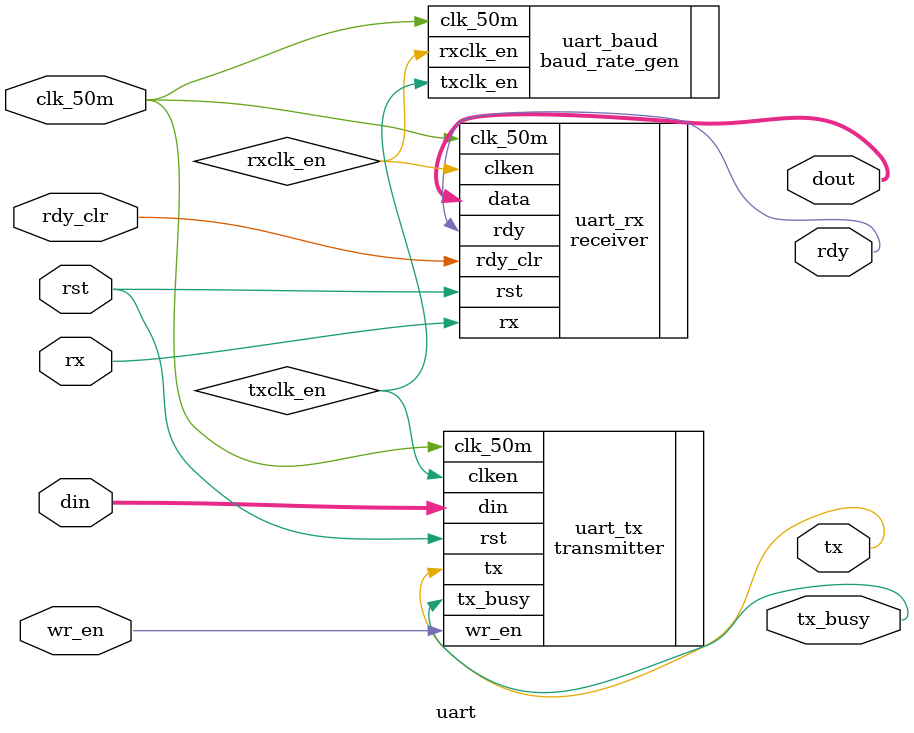
<source format=v>
`include "baud_rate_gen.v"
`include "receiver.v"
`include "transmitter.v"
module uart(input wire [7:0] din,
	    input wire wr_en,
		input wire rst,
	    input wire clk_50m,
	    output wire tx,
	    output wire tx_busy,
	    input wire rx,
	    output wire rdy,
	    input wire rdy_clr,
	    output wire [7:0] dout);

wire rxclk_en, txclk_en;

baud_rate_gen uart_baud(.clk_50m(clk_50m),
			.rxclk_en(rxclk_en),
			.txclk_en(txclk_en));
transmitter uart_tx(.din(din),
		    .wr_en(wr_en),
		    .clk_50m(clk_50m),
		    .clken(txclk_en),
		    .tx(tx),
		    .tx_busy(tx_busy),
			.rst(rst));
receiver uart_rx(.rx(rx),
		 .rdy(rdy),
		 .rdy_clr(rdy_clr),
		 .clk_50m(clk_50m),
		 .clken(rxclk_en),
		 .data(dout),
		 .rst(rst));

endmodule

</source>
